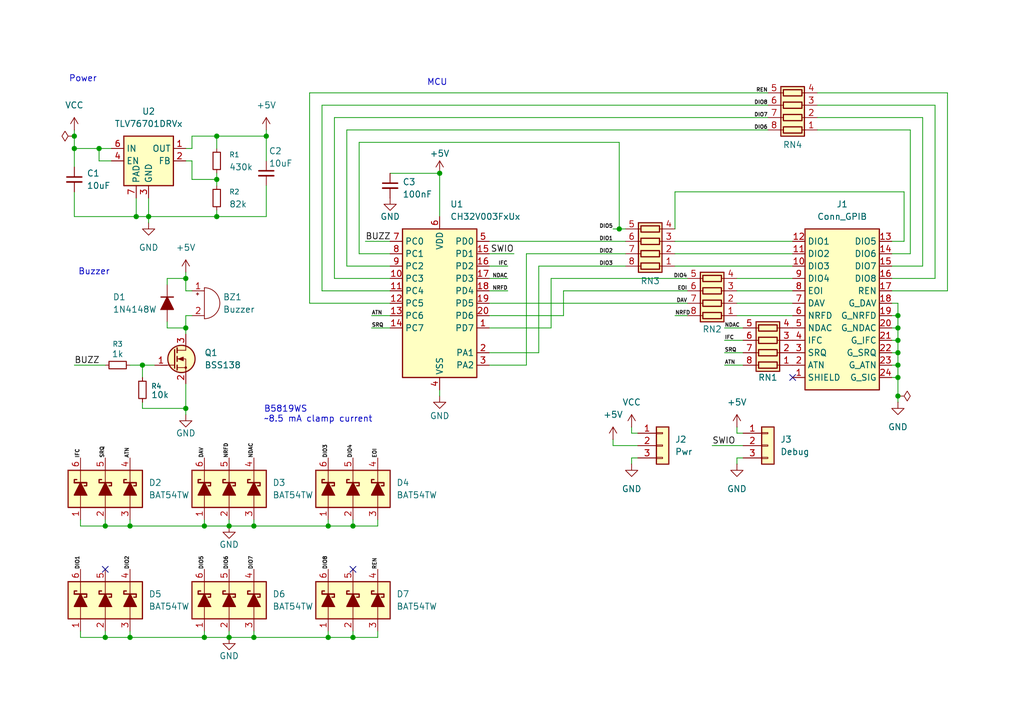
<source format=kicad_sch>
(kicad_sch (version 20250114) (generator "eeschema") (generator_version "9.0")
  (paper "A5")
  (lib_symbols
    (symbol "Connector_Generic:Conn_01x03" (pin_names (offset 1.016) (hide yes))
      (property "Reference" "J" (at 0 5.08 0))
      (property "Value" "Conn_01x03" (at 0 -5.08 0))
      (symbol "Conn_01x03_1_1"
        (rectangle (start -1.27 3.81) (end 1.27 -3.81) (stroke (width 0.254)) (fill (type background)))
        (rectangle (start -1.27 2.667) (end 0 2.413) (stroke (width 0.1524)))
        (rectangle (start -1.27 0.127) (end 0 -0.127) (stroke (width 0.1524)))
        (rectangle (start -1.27 -2.413) (end 0 -2.667) (stroke (width 0.1524)))
        (pin passive line (at -5.08 2.54 0) (length 3.81) (name "Pin_1") (number "1"))
        (pin passive line (at -5.08 0 0) (length 3.81) (name "Pin_2") (number "2"))
        (pin passive line (at -5.08 -2.54 0) (length 3.81) (name "Pin_3") (number "3"))
      )
    )
    (symbol "Device:Buzzer" (pin_names (offset 0.0254) (hide yes))
      (property "Reference" "BZ" (at 3.81 1.27 0))
      (property "Value" "Buzzer" (at 3.81 -1.27 0))
      (symbol "Buzzer_0_1"
        (polyline (pts (xy -1.651 1.905) (xy -1.143 1.905)))
        (polyline (pts (xy -1.397 2.159) (xy -1.397 1.651)))
        (arc (start 0 3.175) (mid 3.1612 0) (end 0 -3.175))
        (polyline (pts (xy 0 3.175) (xy 0 -3.175)))
      )
      (symbol "Buzzer_1_1"
        (pin passive line (at -2.54 2.54 0) (length 2.54) (name "+") (number "1"))
        (pin passive line (at -2.54 -2.54 0) (length 2.54) (name "-") (number "2"))
      )
    )
    (symbol "Device:C_Small" (pin_numbers (hide yes)) (pin_names (offset 0.254) (hide yes))
      (property "Reference" "C" (at 0.254 1.778 0))
      (property "Value" "C_Small" (at 0.254 -2.032 0))
      (symbol "C_Small_0_1"
        (polyline (pts (xy -1.524 0.508) (xy 1.524 0.508)) (stroke (width 0.3048)))
        (polyline (pts (xy -1.524 -0.508) (xy 1.524 -0.508)) (stroke (width 0.3302)))
      )
      (symbol "C_Small_1_1"
        (pin passive line (at 0 2.54 270) (length 2.032) (name "~") (number "1"))
        (pin passive line (at 0 -2.54 90) (length 2.032) (name "~") (number "2"))
      )
    )
    (symbol "Device:R_Pack04" (pin_names (offset 0) (hide yes))
      (property "Reference" "RN" (at -7.62 0 90))
      (property "Value" "R_Pack04" (at 5.08 0 90))
      (symbol "R_Pack04_0_1"
        (rectangle (start -6.35 -2.413) (end 3.81 2.413) (stroke (width 0.254)) (fill (type background)))
        (rectangle (start -5.715 1.905) (end -4.445 -1.905) (stroke (width 0.254)))
        (polyline (pts (xy -5.08 1.905) (xy -5.08 2.54)))
        (polyline (pts (xy -5.08 -2.54) (xy -5.08 -1.905)))
        (rectangle (start -3.175 1.905) (end -1.905 -1.905) (stroke (width 0.254)))
        (polyline (pts (xy -2.54 1.905) (xy -2.54 2.54)))
        (polyline (pts (xy -2.54 -2.54) (xy -2.54 -1.905)))
        (rectangle (start -0.635 1.905) (end 0.635 -1.905) (stroke (width 0.254)))
        (polyline (pts (xy 0 1.905) (xy 0 2.54)))
        (polyline (pts (xy 0 -2.54) (xy 0 -1.905)))
        (rectangle (start 1.905 1.905) (end 3.175 -1.905) (stroke (width 0.254)))
        (polyline (pts (xy 2.54 1.905) (xy 2.54 2.54)))
        (polyline (pts (xy 2.54 -2.54) (xy 2.54 -1.905)))
      )
      (symbol "R_Pack04_1_1"
        (pin passive line (at -5.08 5.08 270) (length 2.54) (name "R1.2") (number "8"))
        (pin passive line (at -5.08 -5.08 90) (length 2.54) (name "R1.1") (number "1"))
        (pin passive line (at -2.54 5.08 270) (length 2.54) (name "R2.2") (number "7"))
        (pin passive line (at -2.54 -5.08 90) (length 2.54) (name "R2.1") (number "2"))
        (pin passive line (at 0 5.08 270) (length 2.54) (name "R3.2") (number "6"))
        (pin passive line (at 0 -5.08 90) (length 2.54) (name "R3.1") (number "3"))
        (pin passive line (at 2.54 5.08 270) (length 2.54) (name "R4.2") (number "5"))
        (pin passive line (at 2.54 -5.08 90) (length 2.54) (name "R4.1") (number "4"))
      )
    )
    (symbol "Device:R_Small" (pin_numbers (hide yes)) (pin_names (offset 0.254) (hide yes))
      (property "Reference" "R" (at 0 0 90))
      (property "Value" "R_Small" (at 1.778 0 90))
      (symbol "R_Small_0_1"
        (rectangle (start -0.762 1.778) (end 0.762 -1.778) (stroke (width 0.2032)))
      )
      (symbol "R_Small_1_1"
        (pin passive line (at 0 2.54 270) (length 0.762) (name "~") (number "1"))
        (pin passive line (at 0 -2.54 90) (length 0.762) (name "~") (number "2"))
      )
    )
    (symbol "MCU_WCH_CH32V0:CH32V003FxUx"
      (property "Reference" "U" (at -7.62 17.78 0))
      (property "Value" "CH32V003FxUx" (at 7.62 17.78 0))
      (symbol "CH32V003FxUx_1_1"
        (rectangle (start -7.62 15.24) (end 7.62 -15.24) (stroke (width 0.254)) (fill (type background)))
        (pin bidirectional line (at -10.16 12.7 0) (length 2.54) (name "PC0") (number "7"))
        (pin bidirectional line (at -10.16 10.16 0) (length 2.54) (name "PC1") (number "8"))
        (pin bidirectional line (at -10.16 7.62 0) (length 2.54) (name "PC2") (number "9"))
        (pin bidirectional line (at -10.16 5.08 0) (length 2.54) (name "PC3") (number "10"))
        (pin bidirectional line (at -10.16 2.54 0) (length 2.54) (name "PC4") (number "11"))
        (pin bidirectional line (at -10.16 0 0) (length 2.54) (name "PC5") (number "12"))
        (pin bidirectional line (at -10.16 -2.54 0) (length 2.54) (name "PC6") (number "13"))
        (pin bidirectional line (at -10.16 -5.08 0) (length 2.54) (name "PC7") (number "14"))
        (pin power_in line (at 0 17.78 270) (length 2.54) (name "VDD") (number "6"))
        (pin passive line (at 0 -17.78 90) (length 2.54) (hide yes) (name "VSS") (number "21"))
        (pin power_in line (at 0 -17.78 90) (length 2.54) (name "VSS") (number "4"))
        (pin bidirectional line (at 10.16 12.7 180) (length 2.54) (name "PD0") (number "5"))
        (pin bidirectional line (at 10.16 10.16 180) (length 2.54) (name "PD1") (number "15"))
        (pin bidirectional line (at 10.16 7.62 180) (length 2.54) (name "PD2") (number "16"))
        (pin bidirectional line (at 10.16 5.08 180) (length 2.54) (name "PD3") (number "17"))
        (pin bidirectional line (at 10.16 2.54 180) (length 2.54) (name "PD4") (number "18"))
        (pin bidirectional line (at 10.16 0 180) (length 2.54) (name "PD5") (number "19"))
        (pin bidirectional line (at 10.16 -2.54 180) (length 2.54) (name "PD6") (number "20"))
        (pin bidirectional line (at 10.16 -5.08 180) (length 2.54) (name "PD7") (number "1"))
        (pin bidirectional line (at 10.16 -10.16 180) (length 2.54) (name "PA1") (number "2"))
        (pin bidirectional line (at 10.16 -12.7 180) (length 2.54) (name "PA2") (number "3"))
      )
    )
    (symbol "Mineee:Conn_GPIB"
      (property "Reference" "J1" (at 0 20.32 0))
      (property "Value" "Conn_GPIB" (at 0 17.78 0))
      (symbol "Conn_GPIB_1_1"
        (rectangle (start -7.62 15.24) (end 7.62 -17.78) (stroke (width 0.254)) (fill (type background)))
        (pin passive line (at -10.16 12.7 0) (length 2.54) (name "DIO1") (number "12"))
        (pin passive line (at -10.16 10.16 0) (length 2.54) (name "DIO2") (number "11"))
        (pin passive line (at -10.16 7.62 0) (length 2.54) (name "DIO3") (number "10"))
        (pin passive line (at -10.16 5.08 0) (length 2.54) (name "DIO4") (number "9"))
        (pin passive line (at -10.16 2.54 0) (length 2.54) (name "EOI") (number "8"))
        (pin passive line (at -10.16 0 0) (length 2.54) (name "DAV") (number "7"))
        (pin passive line (at -10.16 -2.54 0) (length 2.54) (name "NRFD") (number "6"))
        (pin passive line (at -10.16 -5.08 0) (length 2.54) (name "NDAC") (number "5"))
        (pin passive line (at -10.16 -7.62 0) (length 2.54) (name "IFC") (number "4"))
        (pin passive line (at -10.16 -10.16 0) (length 2.54) (name "SRQ") (number "3"))
        (pin passive line (at -10.16 -12.7 0) (length 2.54) (name "ATN") (number "2"))
        (pin passive line (at -10.16 -15.24 0) (length 2.54) (name "SHIELD") (number "1"))
        (pin passive line (at 10.16 12.7 180) (length 2.54) (name "DIO5") (number "13"))
        (pin passive line (at 10.16 10.16 180) (length 2.54) (name "DIO6") (number "14"))
        (pin passive line (at 10.16 7.62 180) (length 2.54) (name "DIO7") (number "15"))
        (pin passive line (at 10.16 5.08 180) (length 2.54) (name "DIO8") (number "16"))
        (pin passive line (at 10.16 2.54 180) (length 2.54) (name "REN") (number "17"))
        (pin passive line (at 10.16 0 180) (length 2.54) (name "G_DAV") (number "18"))
        (pin passive line (at 10.16 -2.54 180) (length 2.54) (name "G_NRFD") (number "19"))
        (pin passive line (at 10.16 -5.08 180) (length 2.54) (name "G_NDAC") (number "20"))
        (pin passive line (at 10.16 -7.62 180) (length 2.54) (name "G_IFC") (number "21"))
        (pin passive line (at 10.16 -10.16 180) (length 2.54) (name "G_SRQ") (number "22"))
        (pin passive line (at 10.16 -12.7 180) (length 2.54) (name "G_ATN") (number "23"))
        (pin passive line (at 10.16 -15.24 180) (length 2.54) (name "G_SIG") (number "24"))
      )
    )
    (symbol "PCM_Diode_AKL:1N4148W" (pin_numbers (hide yes)) (pin_names (offset 1.016) (hide yes))
      (property "Reference" "D" (at 0 5.08 0))
      (property "Value" "1N4148W" (at 0 2.54 0))
      (symbol "1N4148W_0_1"
        (polyline (pts (xy -1.27 1.27) (xy -1.27 -1.27) (xy 1.27 0) (xy -1.27 1.27)) (stroke (width 0.254)) (fill (type outline)))
        (polyline (pts (xy -1.27 0) (xy 1.27 0)))
        (polyline (pts (xy 1.27 1.27) (xy 1.27 -1.27)) (stroke (width 0.254)))
      )
      (symbol "1N4148W_0_2"
        (polyline (pts (xy -2.54 -2.54) (xy 2.54 2.54)))
        (polyline (pts (xy -0.889 -0.889) (xy -1.778 0) (xy 0.889 0.889) (xy 0 -1.778) (xy -0.889 -0.889)) (stroke (width 0.254)) (fill (type outline)))
        (polyline (pts (xy 0 1.778) (xy 1.778 0)) (stroke (width 0.254)))
      )
      (symbol "1N4148W_1_1"
        (pin passive line (at -3.81 0 0) (length 2.54) (name "A") (number "2"))
        (pin passive line (at 3.81 0 180) (length 2.54) (name "K") (number "1"))
      )
      (symbol "1N4148W_1_2"
        (pin passive line (at -2.54 -2.54 0) (length 0) (name "A") (number "2"))
        (pin passive line (at 2.54 2.54 180) (length 0) (name "K") (number "1"))
      )
    )
    (symbol "PCM_Diode_Schottky_AKL:BAT54TW" (pin_names (offset 1.016) (hide yes))
      (property "Reference" "D" (at 0 12.7 0))
      (property "Value" "BAT54TW" (at 0 10.16 0))
      (symbol "BAT54TW_0_1"
        (rectangle (start -3.81 7.62) (end 3.81 -7.62) (stroke (width 0.254)) (fill (type background)))
        (polyline (pts (xy -3.81 5.08) (xy -1.27 5.08)))
        (polyline (pts (xy -3.81 0) (xy -1.27 0)))
        (polyline (pts (xy -3.81 -5.08) (xy -1.27 -5.08)))
        (polyline (pts (xy 1.27 5.08) (xy 3.81 5.08)))
        (polyline (pts (xy 1.27 3.81) (xy 1.27 6.35)) (stroke (width 0.254)))
        (polyline (pts (xy 1.27 0) (xy 3.81 0)))
        (polyline (pts (xy 1.27 -5.08) (xy 3.81 -5.08)))
      )
      (symbol "BAT54TW_1_1"
        (polyline (pts (xy -1.27 5.08) (xy 1.27 5.08)))
        (polyline (pts (xy -1.27 3.81) (xy -1.27 6.35) (xy 1.27 5.08) (xy -1.27 3.81)) (stroke (width 0.254)) (fill (type outline)))
        (polyline (pts (xy -1.27 0) (xy 1.27 0)))
        (polyline (pts (xy -1.27 -1.27) (xy -1.27 1.27) (xy 1.27 0) (xy -1.27 -1.27)) (stroke (width 0.254)) (fill (type outline)))
        (polyline (pts (xy -1.27 -5.08) (xy 1.27 -5.08)))
        (polyline (pts (xy -1.27 -6.35) (xy -1.27 -3.81) (xy 1.27 -5.08) (xy -1.27 -6.35)) (stroke (width 0.254)) (fill (type outline)))
        (polyline (pts (xy 1.27 6.35) (xy 1.27 3.81)) (stroke (width 0.254)))
        (polyline (pts (xy 1.27 1.27) (xy 1.27 -1.27)) (stroke (width 0.254)))
        (polyline (pts (xy 1.27 -3.81) (xy 1.27 -6.35)) (stroke (width 0.254)))
        (polyline (pts (xy 1.905 5.842) (xy 1.905 6.35) (xy 1.27 6.35) (xy 1.27 3.81) (xy 0.635 3.81) (xy 0.635 4.318)) (stroke (width 0.254)))
        (polyline (pts (xy 1.905 0.762) (xy 1.905 1.27) (xy 1.27 1.27) (xy 1.27 -1.27) (xy 0.635 -1.27) (xy 0.635 -0.762)) (stroke (width 0.254)))
        (polyline (pts (xy 1.905 -4.318) (xy 1.905 -3.81) (xy 1.27 -3.81) (xy 1.27 -6.35) (xy 0.635 -6.35) (xy 0.635 -5.842)) (stroke (width 0.254)))
        (pin passive line (at -6.35 5.08 0) (length 2.54) (name "A1") (number "1"))
        (pin passive line (at -6.35 0 0) (length 2.54) (name "A2") (number "2"))
        (pin passive line (at -6.35 -5.08 0) (length 2.54) (name "A3") (number "3"))
        (pin passive line (at 6.35 5.08 180) (length 2.54) (name "K1") (number "6"))
        (pin passive line (at 6.35 0 180) (length 2.54) (name "K2") (number "5"))
        (pin passive line (at 6.35 -5.08 180) (length 2.54) (name "K3") (number "4"))
      )
    )
    (symbol "PCM_Transistor_MOSFET_AKL:BSS138" (pin_names (hide yes))
      (property "Reference" "Q" (at 5.08 1.27 0))
      (property "Value" "BSS138" (at 5.08 -1.27 0))
      (symbol "BSS138_0_1"
        (polyline (pts (xy 0.254 1.905) (xy 0.254 -1.905)) (stroke (width 0.254)))
        (polyline (pts (xy 0.254 -1.27) (xy -2.54 -1.27)))
        (polyline (pts (xy 0.762 2.286) (xy 0.762 1.27)) (stroke (width 0.254)))
        (polyline (pts (xy 0.762 0.508) (xy 0.762 -0.508)) (stroke (width 0.254)))
        (polyline (pts (xy 0.762 -1.27) (xy 0.762 -2.286)) (stroke (width 0.254)))
        (polyline (pts (xy 0.762 -1.778) (xy 2.54 -1.778)))
        (polyline (pts (xy 1.016 0) (xy 2.032 0.381) (xy 2.032 -0.381) (xy 1.016 0)) (fill (type outline)))
        (circle (center 1.651 0) (radius 2.794) (stroke (width 0.254)) (fill (type background)))
        (polyline (pts (xy 2.54 2.54) (xy 2.54 1.778)))
        (polyline (pts (xy 2.54 1.778) (xy 0.762 1.778)))
        (circle (center 2.54 -1.778) (radius 0.1778) (fill (type outline)))
        (polyline (pts (xy 2.54 -2.54) (xy 2.54 0) (xy 0.762 0)))
      )
      (symbol "BSS138_1_1"
        (pin input line (at -3.81 -1.27 0) (length 2.54) (name "G") (number "1"))
        (pin passive line (at 2.54 5.08 270) (length 2.54) (name "D") (number "3"))
        (pin passive line (at 2.54 -5.08 90) (length 2.54) (name "S") (number "2"))
      )
    )
    (symbol "Regulator_Linear:TLV76701DRVx"
      (property "Reference" "U" (at 0 8.89 0))
      (property "Value" "TLV76701DRVx" (at 0 6.35 0))
      (symbol "TLV76701DRVx_0_1"
        (rectangle (start -5.08 -5.08) (end 5.08 5.08) (stroke (width 0.254)) (fill (type background)))
      )
      (symbol "TLV76701DRVx_1_1"
        (pin power_in line (at -7.62 2.54 0) (length 2.54) (name "IN") (number "6"))
        (pin input line (at -7.62 0 0) (length 2.54) (name "EN") (number "4"))
        (pin passive line (at -2.54 -7.62 90) (length 2.54) (name "PAD") (number "7"))
        (pin power_in line (at 0 -7.62 90) (length 2.54) (name "GND") (number "3"))
        (pin passive line (at 0 -7.62 90) (length 2.54) (hide yes) (name "GND") (number "5"))
        (pin power_out line (at 7.62 2.54 180) (length 2.54) (name "OUT") (number "1"))
        (pin input line (at 7.62 0 180) (length 2.54) (name "FB") (number "2"))
      )
    )
    (symbol "power:+5V" (power) (pin_numbers (hide yes)) (pin_names (offset 0) (hide yes))
      (property "Value" "+5V" (at 0 3.556 0))
      (symbol "+5V_0_1"
        (polyline (pts (xy -0.762 1.27) (xy 0 2.54)))
        (polyline (pts (xy 0 2.54) (xy 0.762 1.27)))
        (polyline (pts (xy 0 0) (xy 0 2.54)))
      )
      (symbol "+5V_1_1"
        (pin power_in line (at 0 0 90) (length 0) (name "~") (number "1"))
      )
    )
    (symbol "power:GND" (power) (pin_numbers (hide yes)) (pin_names (offset 0) (hide yes))
      (property "Value" "GND" (at 0 -3.81 0))
      (symbol "GND_0_1"
        (polyline (pts (xy 0 0) (xy 0 -1.27) (xy 1.27 -1.27) (xy 0 -2.54) (xy -1.27 -1.27) (xy 0 -1.27)))
      )
      (symbol "GND_1_1"
        (pin power_in line (at 0 0 270) (length 0) (name "~") (number "1"))
      )
    )
    (symbol "power:PWR_FLAG" (power) (pin_numbers (hide yes)) (pin_names (offset 0) (hide yes))
      (property "Value" "PWR_FLAG" (at 0 3.81 0))
      (symbol "PWR_FLAG_0_0"
        (pin power_out line (at 0 0 90) (length 0) (name "~") (number "1"))
      )
      (symbol "PWR_FLAG_0_1"
        (polyline (pts (xy 0 0) (xy 0 1.27) (xy -1.016 1.905) (xy 0 2.54) (xy 1.016 1.905) (xy 0 1.27)))
      )
    )
    (symbol "power:VCC" (power) (pin_numbers (hide yes)) (pin_names (offset 0) (hide yes))
      (property "Value" "VCC" (at 0 3.556 0))
      (symbol "VCC_0_1"
        (polyline (pts (xy -0.762 1.27) (xy 0 2.54)))
        (polyline (pts (xy 0 2.54) (xy 0.762 1.27)))
        (polyline (pts (xy 0 0) (xy 0 2.54)))
      )
      (symbol "VCC_1_1"
        (pin power_in line (at 0 0 90) (length 0) (name "~") (number "1"))
      )
    )
  )
  (text "Buzzer" (at 19.304 55.88 0) (effects (font (size 1.27 1.27))))
  (text "Power" (at 17.018 16.256 0) (effects (font (size 1.27 1.27))))
  (text "B5819WS\n~8.5 mA clamp current" (at 54.102 85.09 0) (effects (font (size 1.27 1.27)) (justify left)))
  (text "MCU" (at 89.662 17.018 0) (effects (font (size 1.27 1.27))))
  (junction (at 52.07 130.81))
  (junction (at 72.39 130.81))
  (junction (at 44.45 27.94))
  (junction (at 15.24 30.48))
  (junction (at 184.15 81.28))
  (junction (at 29.21 74.93))
  (junction (at 90.17 35.56))
  (junction (at 46.99 130.81))
  (junction (at 21.59 107.95))
  (junction (at 184.15 72.39))
  (junction (at 41.91 107.95))
  (junction (at 67.31 130.81))
  (junction (at 127 46.99))
  (junction (at 41.91 130.81))
  (junction (at 44.45 36.83))
  (junction (at 184.15 74.93))
  (junction (at 184.15 69.85))
  (junction (at 67.31 107.95))
  (junction (at 38.1 67.31))
  (junction (at 27.94 44.45))
  (junction (at 184.15 64.77))
  (junction (at 54.61 27.94))
  (junction (at 184.15 77.47))
  (junction (at 21.59 130.81))
  (junction (at 184.15 67.31))
  (junction (at 38.1 57.15))
  (junction (at 38.1 83.82))
  (junction (at 26.67 107.95))
  (junction (at 72.39 107.95))
  (junction (at 26.67 130.81))
  (junction (at 44.45 44.45))
  (junction (at 15.24 27.94))
  (junction (at 30.48 44.45))
  (junction (at 20.32 30.48))
  (junction (at 46.99 107.95))
  (junction (at 52.07 107.95))
  (no_connect (at 162.56 77.47))
  (no_connect (at 21.59 116.84))
  (no_connect (at 72.39 116.84))
  (wire (pts (xy 182.88 72.39) (xy 184.15 72.39)))
  (wire (pts (xy 191.77 57.15) (xy 182.88 57.15)))
  (wire (pts (xy 146.05 91.44) (xy 152.4 91.44)))
  (wire (pts (xy 100.33 67.31) (xy 113.03 67.31)))
  (wire (pts (xy 100.33 62.23) (xy 140.97 62.23)))
  (wire (pts (xy 72.39 129.54) (xy 72.39 130.81)))
  (wire (pts (xy 129.54 88.9) (xy 129.54 87.63)))
  (wire (pts (xy 182.88 74.93) (xy 184.15 74.93)))
  (wire (pts (xy 44.45 27.94) (xy 44.45 30.48)))
  (wire (pts (xy 41.91 130.81) (xy 46.99 130.81)))
  (wire (pts (xy 184.15 74.93) (xy 184.15 77.47)))
  (wire (pts (xy 148.59 69.85) (xy 152.4 69.85)))
  (wire (pts (xy 54.61 26.67) (xy 54.61 27.94)))
  (wire (pts (xy 38.1 78.74) (xy 38.1 83.82)))
  (wire (pts (xy 26.67 107.95) (xy 41.91 107.95)))
  (wire (pts (xy 34.29 57.15) (xy 38.1 57.15)))
  (wire (pts (xy 138.43 54.61) (xy 162.56 54.61)))
  (wire (pts (xy 77.47 130.81) (xy 72.39 130.81)))
  (wire (pts (xy 20.32 33.02) (xy 20.32 30.48)))
  (wire (pts (xy 191.77 21.59) (xy 191.77 57.15)))
  (wire (pts (xy 16.51 106.68) (xy 16.51 107.95)))
  (wire (pts (xy 21.59 129.54) (xy 21.59 130.81)))
  (wire (pts (xy 100.33 54.61) (xy 104.14 54.61)))
  (wire (pts (xy 186.69 26.67) (xy 186.69 52.07)))
  (wire (pts (xy 30.48 40.64) (xy 30.48 44.45)))
  (wire (pts (xy 54.61 44.45) (xy 54.61 38.1)))
  (wire (pts (xy 15.24 39.37) (xy 15.24 44.45)))
  (wire (pts (xy 107.95 52.07) (xy 128.27 52.07)))
  (wire (pts (xy 22.86 33.02) (xy 20.32 33.02)))
  (wire (pts (xy 184.15 67.31) (xy 184.15 69.85)))
  (wire (pts (xy 151.13 62.23) (xy 162.56 62.23)))
  (wire (pts (xy 67.31 106.68) (xy 67.31 107.95)))
  (wire (pts (xy 151.13 64.77) (xy 162.56 64.77)))
  (wire (pts (xy 29.21 82.55) (xy 29.21 83.82)))
  (wire (pts (xy 185.42 49.53) (xy 182.88 49.53)))
  (wire (pts (xy 185.42 39.37) (xy 138.43 39.37)))
  (wire (pts (xy 20.32 30.48) (xy 15.24 30.48)))
  (wire (pts (xy 39.37 27.94) (xy 44.45 27.94)))
  (wire (pts (xy 77.47 107.95) (xy 72.39 107.95)))
  (wire (pts (xy 148.59 67.31) (xy 152.4 67.31)))
  (wire (pts (xy 52.07 129.54) (xy 52.07 130.81)))
  (wire (pts (xy 38.1 55.88) (xy 38.1 57.15)))
  (wire (pts (xy 127 46.99) (xy 128.27 46.99)))
  (wire (pts (xy 167.64 24.13) (xy 189.23 24.13)))
  (wire (pts (xy 72.39 106.68) (xy 72.39 107.95)))
  (wire (pts (xy 29.21 74.93) (xy 29.21 77.47)))
  (wire (pts (xy 46.99 129.54) (xy 46.99 130.81)))
  (wire (pts (xy 105.41 52.07) (xy 100.33 52.07)))
  (wire (pts (xy 73.66 29.21) (xy 127 29.21)))
  (wire (pts (xy 148.59 74.93) (xy 152.4 74.93)))
  (wire (pts (xy 90.17 35.56) (xy 90.17 44.45)))
  (wire (pts (xy 90.17 80.01) (xy 90.17 81.28)))
  (wire (pts (xy 189.23 54.61) (xy 182.88 54.61)))
  (wire (pts (xy 73.66 52.07) (xy 73.66 29.21)))
  (wire (pts (xy 15.24 30.48) (xy 15.24 34.29)))
  (wire (pts (xy 151.13 57.15) (xy 162.56 57.15)))
  (wire (pts (xy 76.2 64.77) (xy 80.01 64.77)))
  (wire (pts (xy 194.31 19.05) (xy 194.31 59.69)))
  (wire (pts (xy 52.07 130.81) (xy 46.99 130.81)))
  (wire (pts (xy 100.33 49.53) (xy 128.27 49.53)))
  (wire (pts (xy 182.88 69.85) (xy 184.15 69.85)))
  (wire (pts (xy 127 46.99) (xy 127 29.21)))
  (wire (pts (xy 41.91 106.68) (xy 41.91 107.95)))
  (wire (pts (xy 29.21 74.93) (xy 31.75 74.93)))
  (wire (pts (xy 113.03 57.15) (xy 140.97 57.15)))
  (wire (pts (xy 66.04 59.69) (xy 66.04 21.59)))
  (wire (pts (xy 148.59 72.39) (xy 152.4 72.39)))
  (wire (pts (xy 38.1 64.77) (xy 39.37 64.77)))
  (wire (pts (xy 67.31 130.81) (xy 52.07 130.81)))
  (wire (pts (xy 22.86 30.48) (xy 20.32 30.48)))
  (wire (pts (xy 184.15 62.23) (xy 184.15 64.77)))
  (wire (pts (xy 72.39 130.81) (xy 67.31 130.81)))
  (wire (pts (xy 15.24 74.93) (xy 21.59 74.93)))
  (wire (pts (xy 100.33 72.39) (xy 110.49 72.39)))
  (wire (pts (xy 63.5 19.05) (xy 157.48 19.05)))
  (wire (pts (xy 151.13 93.98) (xy 151.13 95.25)))
  (wire (pts (xy 16.51 129.54) (xy 16.51 130.81)))
  (wire (pts (xy 34.29 67.31) (xy 34.29 66.04)))
  (wire (pts (xy 16.51 107.95) (xy 21.59 107.95)))
  (wire (pts (xy 54.61 27.94) (xy 54.61 33.02)))
  (wire (pts (xy 115.57 59.69) (xy 140.97 59.69)))
  (wire (pts (xy 182.88 62.23) (xy 184.15 62.23)))
  (wire (pts (xy 77.47 106.68) (xy 77.47 107.95)))
  (wire (pts (xy 151.13 59.69) (xy 162.56 59.69)))
  (wire (pts (xy 39.37 59.69) (xy 38.1 59.69)))
  (wire (pts (xy 15.24 44.45) (xy 27.94 44.45)))
  (wire (pts (xy 44.45 36.83) (xy 44.45 35.56)))
  (wire (pts (xy 38.1 67.31) (xy 38.1 64.77)))
  (wire (pts (xy 38.1 59.69) (xy 38.1 57.15)))
  (wire (pts (xy 80.01 54.61) (xy 71.12 54.61)))
  (wire (pts (xy 184.15 69.85) (xy 184.15 72.39)))
  (wire (pts (xy 125.73 46.99) (xy 127 46.99)))
  (wire (pts (xy 130.81 88.9) (xy 129.54 88.9)))
  (wire (pts (xy 189.23 24.13) (xy 189.23 54.61)))
  (wire (pts (xy 186.69 52.07) (xy 182.88 52.07)))
  (wire (pts (xy 38.1 30.48) (xy 39.37 30.48)))
  (wire (pts (xy 184.15 77.47) (xy 184.15 81.28)))
  (wire (pts (xy 110.49 72.39) (xy 110.49 54.61)))
  (wire (pts (xy 77.47 129.54) (xy 77.47 130.81)))
  (wire (pts (xy 151.13 88.9) (xy 151.13 87.63)))
  (wire (pts (xy 39.37 36.83) (xy 44.45 36.83)))
  (wire (pts (xy 138.43 52.07) (xy 162.56 52.07)))
  (wire (pts (xy 27.94 44.45) (xy 30.48 44.45)))
  (wire (pts (xy 52.07 106.68) (xy 52.07 107.95)))
  (wire (pts (xy 44.45 36.83) (xy 44.45 38.1)))
  (wire (pts (xy 125.73 91.44) (xy 125.73 90.17)))
  (wire (pts (xy 80.01 57.15) (xy 68.58 57.15)))
  (wire (pts (xy 100.33 64.77) (xy 115.57 64.77)))
  (wire (pts (xy 38.1 83.82) (xy 38.1 85.09)))
  (wire (pts (xy 27.94 40.64) (xy 27.94 44.45)))
  (wire (pts (xy 63.5 62.23) (xy 63.5 19.05)))
  (wire (pts (xy 71.12 54.61) (xy 71.12 26.67)))
  (wire (pts (xy 130.81 91.44) (xy 125.73 91.44)))
  (wire (pts (xy 38.1 33.02) (xy 39.37 33.02)))
  (wire (pts (xy 26.67 130.81) (xy 41.91 130.81)))
  (wire (pts (xy 21.59 130.81) (xy 26.67 130.81)))
  (wire (pts (xy 138.43 39.37) (xy 138.43 46.99)))
  (wire (pts (xy 26.67 106.68) (xy 26.67 107.95)))
  (wire (pts (xy 52.07 107.95) (xy 46.99 107.95)))
  (wire (pts (xy 129.54 93.98) (xy 129.54 95.25)))
  (wire (pts (xy 100.33 57.15) (xy 104.14 57.15)))
  (wire (pts (xy 21.59 106.68) (xy 21.59 107.95)))
  (wire (pts (xy 80.01 35.56) (xy 90.17 35.56)))
  (wire (pts (xy 15.24 27.94) (xy 15.24 26.67)))
  (wire (pts (xy 38.1 68.58) (xy 38.1 67.31)))
  (wire (pts (xy 115.57 64.77) (xy 115.57 59.69)))
  (wire (pts (xy 80.01 62.23) (xy 63.5 62.23)))
  (wire (pts (xy 182.88 77.47) (xy 184.15 77.47)))
  (wire (pts (xy 34.29 58.42) (xy 34.29 57.15)))
  (wire (pts (xy 152.4 93.98) (xy 151.13 93.98)))
  (wire (pts (xy 66.04 21.59) (xy 157.48 21.59)))
  (wire (pts (xy 80.01 59.69) (xy 66.04 59.69)))
  (wire (pts (xy 41.91 107.95) (xy 46.99 107.95)))
  (wire (pts (xy 113.03 67.31) (xy 113.03 57.15)))
  (wire (pts (xy 29.21 83.82) (xy 38.1 83.82)))
  (wire (pts (xy 15.24 30.48) (xy 15.24 27.94)))
  (wire (pts (xy 44.45 43.18) (xy 44.45 44.45)))
  (wire (pts (xy 38.1 67.31) (xy 34.29 67.31)))
  (wire (pts (xy 26.67 129.54) (xy 26.67 130.81)))
  (wire (pts (xy 167.64 21.59) (xy 191.77 21.59)))
  (wire (pts (xy 167.64 26.67) (xy 186.69 26.67)))
  (wire (pts (xy 194.31 59.69) (xy 182.88 59.69)))
  (wire (pts (xy 39.37 33.02) (xy 39.37 36.83)))
  (wire (pts (xy 30.48 44.45) (xy 30.48 45.72)))
  (wire (pts (xy 16.51 130.81) (xy 21.59 130.81)))
  (wire (pts (xy 184.15 64.77) (xy 184.15 67.31)))
  (wire (pts (xy 46.99 107.95) (xy 46.99 106.68)))
  (wire (pts (xy 76.2 67.31) (xy 80.01 67.31)))
  (wire (pts (xy 184.15 72.39) (xy 184.15 74.93)))
  (wire (pts (xy 184.15 81.28) (xy 184.15 82.55)))
  (wire (pts (xy 68.58 24.13) (xy 157.48 24.13)))
  (wire (pts (xy 80.01 52.07) (xy 73.66 52.07)))
  (wire (pts (xy 30.48 44.45) (xy 44.45 44.45)))
  (wire (pts (xy 138.43 64.77) (xy 140.97 64.77)))
  (wire (pts (xy 71.12 26.67) (xy 157.48 26.67)))
  (wire (pts (xy 21.59 107.95) (xy 26.67 107.95)))
  (wire (pts (xy 39.37 30.48) (xy 39.37 27.94)))
  (wire (pts (xy 130.81 93.98) (xy 129.54 93.98)))
  (wire (pts (xy 41.91 129.54) (xy 41.91 130.81)))
  (wire (pts (xy 67.31 129.54) (xy 67.31 130.81)))
  (wire (pts (xy 167.64 19.05) (xy 194.31 19.05)))
  (wire (pts (xy 74.93 49.53) (xy 80.01 49.53)))
  (wire (pts (xy 185.42 49.53) (xy 185.42 39.37)))
  (wire (pts (xy 68.58 57.15) (xy 68.58 24.13)))
  (wire (pts (xy 44.45 27.94) (xy 54.61 27.94)))
  (wire (pts (xy 100.33 59.69) (xy 104.14 59.69)))
  (wire (pts (xy 44.45 44.45) (xy 54.61 44.45)))
  (wire (pts (xy 182.88 64.77) (xy 184.15 64.77)))
  (wire (pts (xy 100.33 74.93) (xy 107.95 74.93)))
  (wire (pts (xy 182.88 67.31) (xy 184.15 67.31)))
  (wire (pts (xy 110.49 54.61) (xy 128.27 54.61)))
  (wire (pts (xy 67.31 107.95) (xy 52.07 107.95)))
  (wire (pts (xy 26.67 74.93) (xy 29.21 74.93)))
  (wire (pts (xy 107.95 74.93) (xy 107.95 52.07)))
  (wire (pts (xy 152.4 88.9) (xy 151.13 88.9)))
  (wire (pts (xy 72.39 107.95) (xy 67.31 107.95)))
  (wire (pts (xy 138.43 49.53) (xy 162.56 49.53)))
  (label "EOI" (at 77.47 93.98 90) (effects (font (size 0.762 0.762))))
  (label "REN" (at 77.47 116.84 90) (effects (font (size 0.762 0.762))))
  (label "SWIO" (at 146.05 91.44 0))
  (label "NDAC" (at 104.14 57.15 180) (effects (font (size 0.762 0.762))))
  (label "DIO6" (at 46.99 116.84 90) (effects (font (size 0.762 0.762))))
  (label "DAV" (at 140.97 62.23 180) (effects (font (size 0.762 0.762))))
  (label "NRFD" (at 46.99 93.98 90) (effects (font (size 0.762 0.762))))
  (label "DIO4" (at 72.39 93.98 90) (effects (font (size 0.762 0.762))))
  (label "IFC" (at 104.14 54.61 180) (effects (font (size 0.762 0.762))))
  (label "DIO2" (at 26.67 116.84 90) (effects (font (size 0.762 0.762))))
  (label "DIO4" (at 140.97 57.15 180) (effects (font (size 0.762 0.762))))
  (label "BUZZ" (at 74.93 49.53 0))
  (label "NRFD" (at 104.14 59.69 180) (effects (font (size 0.762 0.762))))
  (label "ATN" (at 26.67 93.98 90) (effects (font (size 0.762 0.762))))
  (label "BUZZ" (at 15.24 74.93 0))
  (label "DIO8" (at 157.48 21.59 180) (effects (font (size 0.762 0.762))))
  (label "IFC" (at 16.51 93.98 90) (effects (font (size 0.762 0.762))))
  (label "IFC" (at 148.59 69.85 0) (effects (font (size 0.762 0.762))))
  (label "DIO7" (at 157.48 24.13 180) (effects (font (size 0.762 0.762))))
  (label "DIO8" (at 67.31 116.84 90) (effects (font (size 0.762 0.762))))
  (label "DIO6" (at 157.48 26.67 180) (effects (font (size 0.762 0.762))))
  (label "SRQ" (at 76.2 67.31 0) (effects (font (size 0.762 0.762))))
  (label "DIO5" (at 41.91 116.84 90) (effects (font (size 0.762 0.762))))
  (label "NDAC" (at 148.59 67.31 0) (effects (font (size 0.762 0.762))))
  (label "NRFD" (at 138.43 64.77 0) (effects (font (size 0.762 0.762))))
  (label "ATN" (at 148.59 74.93 0) (effects (font (size 0.762 0.762))))
  (label "SWIO" (at 105.41 52.07 180))
  (label "DIO7" (at 52.07 116.84 90) (effects (font (size 0.762 0.762))))
  (label "SRQ" (at 148.59 72.39 0) (effects (font (size 0.762 0.762))))
  (label "DIO1" (at 16.51 116.84 90) (effects (font (size 0.762 0.762))))
  (label "REN" (at 157.48 19.05 180) (effects (font (size 0.762 0.762))))
  (label "DIO3" (at 67.31 93.98 90) (effects (font (size 0.762 0.762))))
  (label "DIO2" (at 125.73 52.07 180) (effects (font (size 0.762 0.762))))
  (label "ATN" (at 76.2 64.77 0) (effects (font (size 0.762 0.762))))
  (label "DIO1" (at 125.73 49.53 180) (effects (font (size 0.762 0.762))))
  (label "NDAC" (at 52.07 93.98 90) (effects (font (size 0.762 0.762))))
  (label "DAV" (at 41.91 93.98 90) (effects (font (size 0.762 0.762))))
  (label "DIO3" (at 125.73 54.61 180) (effects (font (size 0.762 0.762))))
  (label "SRQ" (at 21.59 93.98 90) (effects (font (size 0.762 0.762))))
  (label "DIO5" (at 125.73 46.99 180) (effects (font (size 0.762 0.762))))
  (label "EOI" (at 140.97 59.69 180) (effects (font (size 0.762 0.762))))
  (symbol (lib_id "Device:R_Pack04") (at 157.48 69.85 90) (unit 1)
    (property "Reference" "RN1" (at 157.48 77.47 90))
    (property "Value" "R_Pack04" (effects (hide yes)))
    (property "Footprint" "Resistor_SMD:R_Array_Convex_4x0603" (effects (hide yes)))
    (property "Description" "4 resistor network, parallel topology" (effects (hide yes)))
  )
  (symbol (lib_id "power:GND") (at 30.48 45.72 0) (unit 1)
    (property "Reference" "#PWR05" (effects (hide yes)))
    (property "Value" "GND" (at 30.48 50.8 0))
    (property "Description" "Power symbol creates a global label with name \"GND\" , ground" (effects (hide yes)))
  )
  (symbol (lib_id "power:PWR_FLAG") (at 15.24 27.94 90) (unit 1)
    (property "Reference" "#FLG01" (effects (hide yes)))
    (property "Value" "PWR_FLAG" (effects (hide yes)))
    (property "Description" "Special symbol for telling ERC where power comes from" (effects (hide yes)))
  )
  (symbol (lib_id "Device:R_Small") (at 24.13 74.93 90) (unit 1)
    (property "Reference" "R3" (at 24.13 70.612 90) (effects (font (size 1.016 1.016))))
    (property "Value" "1k" (at 24.13 72.644 90))
    (property "Footprint" "Resistor_SMD:R_0603_1608Metric" (effects (hide yes)))
    (property "Description" "Resistor, small symbol" (effects (hide yes)))
  )
  (symbol (lib_id "Regulator_Linear:TLV76701DRVx") (at 30.48 33.02 0) (unit 1)
    (property "Reference" "U2" (at 30.48 22.86 0))
    (property "Value" "TLV76701DRVx" (at 30.48 25.4 0))
    (property "Footprint" "Package_SON:WSON-6-1EP_2x2mm_P0.65mm_EP1x1.6mm_ThermalVias" (effects (hide yes)))
    (property "Datasheet" "www.ti.com/lit/gpn/TLV767" (effects (hide yes)))
    (property "Description" "1A, 16V Precision Linear Voltage Regulator, with enable pin, Adjustable Output 0.8-13.6V, WSON-6" (effects (hide yes)))
  )
  (symbol (lib_id "MCU_WCH_CH32V0:CH32V003FxUx") (at 90.17 62.23 0) (unit 1)
    (property "Reference" "U1" (at 92.3133 41.91 0) (effects (justify left)))
    (property "Value" "CH32V003FxUx" (at 92.3133 44.45 0) (effects (justify left)))
    (property "Footprint" "Package_DFN_QFN:QFN-20-1EP_3x3mm_P0.4mm_EP1.65x1.65mm_ThermalVias" (effects (hide yes)))
    (property "Datasheet" "https://www.wch-ic.com/products/CH32V003.html" (effects (hide yes)))
    (property "Description" "CH32V003 series are industrial-grade general-purpose microcontrollers designed based on 32-bit RISC-V instruction set and architecture. It adopts QingKe V2A core, RV32EC instruction set, and supports 2 levels of interrupt nesting. The series are mounted with rich peripheral interfaces and function modules. Its internal organizational structure meets the low-cost and low-power embedded application scenarios." (effects (hide yes)))
  )
  (symbol (lib_id "power:+5V") (at 54.61 26.67 0) (unit 1)
    (property "Reference" "#PWR06" (effects (hide yes)))
    (property "Value" "+5V" (at 54.61 21.59 0))
    (property "Description" "Power symbol creates a global label with name \"+5V\"" (effects (hide yes)))
  )
  (symbol (lib_id "Connector_Generic:Conn_01x03") (at 135.89 91.44 0) (unit 1)
    (property "Reference" "J2" (at 138.43 90.1699 0) (effects (justify left)))
    (property "Value" "Pwr" (at 138.43 92.7099 0) (effects (justify left)))
    (property "Footprint" "Connector_Wire:SolderWire-0.127sqmm_1x03_P3.7mm_D0.48mm_OD1mm" (effects (hide yes)))
    (property "Description" "Generic connector, single row, 01x03, script generated (kicad-library-utils/schlib/autogen/connector/)" (effects (hide yes)))
  )
  (symbol (lib_id "PCM_Diode_Schottky_AKL:BAT54TW") (at 72.39 100.33 90) (unit 1)
    (property "Reference" "D4" (at 81.28 99.0599 90) (effects (justify right)))
    (property "Value" "BAT54TW" (at 81.28 101.5999 90) (effects (justify right)))
    (property "Footprint" "PCM_Package_TO_SOT_SMD_AKL:SOT-363_SC-70-6" (effects (hide yes)))
    (property "Datasheet" "https://www.tme.eu/Document/5cb3b08bd440c0f15ce9e4079f4ffe61/bat54.pdf" (effects (hide yes)))
    (property "Description" "SOT-363 Triple schottky diode, independent, 30V, 200mA, Alternate KiCAD Library" (effects (hide yes)))
  )
  (symbol (lib_id "power:VCC") (at 15.24 26.67 0) (unit 1)
    (property "Reference" "#PWR01" (effects (hide yes)))
    (property "Value" "VCC" (at 15.24 21.59 0))
    (property "Description" "Power symbol creates a global label with name \"VCC\"" (effects (hide yes)))
  )
  (symbol (lib_id "PCM_Diode_Schottky_AKL:BAT54TW") (at 72.39 123.19 90) (unit 1)
    (property "Reference" "D7" (at 81.28 121.9199 90) (effects (justify right)))
    (property "Value" "BAT54TW" (at 81.28 124.4599 90) (effects (justify right)))
    (property "Footprint" "PCM_Package_TO_SOT_SMD_AKL:SOT-363_SC-70-6" (effects (hide yes)))
    (property "Datasheet" "https://www.tme.eu/Document/5cb3b08bd440c0f15ce9e4079f4ffe61/bat54.pdf" (effects (hide yes)))
    (property "Description" "SOT-363 Triple schottky diode, independent, 30V, 200mA, Alternate KiCAD Library" (effects (hide yes)))
  )
  (symbol (lib_id "Device:R_Pack04") (at 133.35 49.53 90) (unit 1)
    (property "Reference" "RN3" (at 133.35 57.658 90))
    (property "Value" "R_Pack04" (effects (hide yes)))
    (property "Footprint" "Resistor_SMD:R_Array_Convex_4x0603" (effects (hide yes)))
    (property "Description" "4 resistor network, parallel topology" (effects (hide yes)))
  )
  (symbol (lib_id "PCM_Diode_Schottky_AKL:BAT54TW") (at 21.59 100.33 90) (unit 1)
    (property "Reference" "D2" (at 30.48 99.0599 90) (effects (justify right)))
    (property "Value" "BAT54TW" (at 30.48 101.5999 90) (effects (justify right)))
    (property "Footprint" "PCM_Package_TO_SOT_SMD_AKL:SOT-363_SC-70-6" (effects (hide yes)))
    (property "Datasheet" "https://www.tme.eu/Document/5cb3b08bd440c0f15ce9e4079f4ffe61/bat54.pdf" (effects (hide yes)))
    (property "Description" "SOT-363 Triple schottky diode, independent, 30V, 200mA, Alternate KiCAD Library" (effects (hide yes)))
  )
  (symbol (lib_id "power:+5V") (at 151.13 87.63 0) (unit 1)
    (property "Reference" "#PWR013" (effects (hide yes)))
    (property "Value" "+5V" (at 151.13 82.55 0))
    (property "Description" "Power symbol creates a global label with name \"+5V\"" (effects (hide yes)))
  )
  (symbol (lib_id "power:VCC") (at 129.54 87.63 0) (unit 1)
    (property "Reference" "#PWR07" (effects (hide yes)))
    (property "Value" "VCC" (at 129.54 82.55 0))
    (property "Description" "Power symbol creates a global label with name \"VCC\"" (effects (hide yes)))
  )
  (symbol (lib_id "Device:C_Small") (at 80.01 38.1 0) (unit 1)
    (property "Reference" "C3" (at 82.55 37.338 0) (effects (justify left)))
    (property "Value" "100nF" (at 82.55 39.878 0) (effects (justify left)))
    (property "Footprint" "Capacitor_SMD:C_0402_1005Metric" (effects (hide yes)))
    (property "Description" "Unpolarized capacitor, small symbol" (effects (hide yes)))
  )
  (symbol (lib_id "power:GND") (at 129.54 95.25 0) (unit 1)
    (property "Reference" "#PWR09" (effects (hide yes)))
    (property "Value" "GND" (at 129.54 100.33 0))
    (property "Description" "Power symbol creates a global label with name \"GND\" , ground" (effects (hide yes)))
  )
  (symbol (lib_id "power:GND") (at 90.17 81.28 0) (unit 1)
    (property "Reference" "#PWR03" (effects (hide yes)))
    (property "Value" "GND" (at 90.17 85.344 0))
    (property "Description" "Power symbol creates a global label with name \"GND\" , ground" (effects (hide yes)))
  )
  (symbol (lib_id "Device:C_Small") (at 54.61 35.56 0) (unit 1)
    (property "Reference" "C2" (at 55.118 30.988 0) (effects (justify left)))
    (property "Value" "10uF" (at 55.118 33.528 0) (effects (justify left)))
    (property "Footprint" "Capacitor_SMD:C_0805_2012Metric" (effects (hide yes)))
    (property "Description" "Unpolarized capacitor, small symbol" (effects (hide yes)))
  )
  (symbol (lib_id "power:GND") (at 46.99 130.81 0) (unit 1)
    (property "Reference" "#PWR016" (effects (hide yes)))
    (property "Value" "GND" (at 46.99 134.62 0))
    (property "Description" "Power symbol creates a global label with name \"GND\" , ground" (effects (hide yes)))
  )
  (symbol (lib_id "Device:R_Pack04") (at 146.05 59.69 90) (unit 1)
    (property "Reference" "RN2" (at 146.05 67.564 90))
    (property "Value" "R_Pack04" (effects (hide yes)))
    (property "Footprint" "Resistor_SMD:R_Array_Convex_4x0603" (effects (hide yes)))
    (property "Description" "4 resistor network, parallel topology" (effects (hide yes)))
  )
  (symbol (lib_id "power:GND") (at 80.01 40.64 0) (unit 1)
    (property "Reference" "#PWR012" (effects (hide yes)))
    (property "Value" "GND" (at 80.01 44.45 0))
    (property "Description" "Power symbol creates a global label with name \"GND\" , ground" (effects (hide yes)))
  )
  (symbol (lib_id "power:GND") (at 184.15 82.55 0) (unit 1)
    (property "Reference" "#PWR04" (effects (hide yes)))
    (property "Value" "GND" (at 184.15 87.63 0))
    (property "Description" "Power symbol creates a global label with name \"GND\" , ground" (effects (hide yes)))
  )
  (symbol (lib_id "power:GND") (at 46.99 107.95 0) (unit 1)
    (property "Reference" "#PWR015" (effects (hide yes)))
    (property "Value" "GND" (at 46.99 111.76 0))
    (property "Description" "Power symbol creates a global label with name \"GND\" , ground" (effects (hide yes)))
  )
  (symbol (lib_id "Device:C_Small") (at 15.24 36.83 0) (unit 1)
    (property "Reference" "C1" (at 17.78 35.5662 0) (effects (justify left)))
    (property "Value" "10uF" (at 17.78 38.1062 0) (effects (justify left)))
    (property "Footprint" "Capacitor_SMD:C_1206_3216Metric" (effects (hide yes)))
    (property "Description" "Unpolarized capacitor, small symbol" (effects (hide yes)))
  )
  (symbol (lib_id "power:+5V") (at 90.17 35.56 0) (unit 1)
    (property "Reference" "#PWR02" (effects (hide yes)))
    (property "Value" "+5V" (at 90.17 31.496 0))
    (property "Description" "Power symbol creates a global label with name \"+5V\"" (effects (hide yes)))
  )
  (symbol (lib_id "Device:Buzzer") (at 41.91 62.23 0) (unit 1)
    (property "Reference" "BZ1" (at 45.72 60.9599 0) (effects (justify left)))
    (property "Value" "Buzzer" (at 45.72 63.4999 0) (effects (justify left)))
    (property "Footprint" "Buzzer_Beeper:MagneticBuzzer_StarMicronics_QMB-105" (effects (hide yes)))
    (property "Description" "Buzzer, polarized" (effects (hide yes)))
  )
  (symbol (lib_id "power:PWR_FLAG") (at 184.15 81.28 270) (unit 1)
    (property "Reference" "#FLG02" (effects (hide yes)))
    (property "Value" "PWR_FLAG" (effects (hide yes)))
    (property "Description" "Special symbol for telling ERC where power comes from" (effects (hide yes)))
  )
  (symbol (lib_id "Mineee:Conn_GPIB") (at 172.72 62.23 0) (unit 1)
    (property "Reference" "J1" (at 172.72 41.91 0))
    (property "Value" "Conn_GPIB" (at 172.72 44.45 0))
    (property "Footprint" "Package_DIP:DIP-24_18.0mmx34.29mm_W15.24mm_Socket" (effects (hide yes)))
    (property "Datasheet" "https://commons.wikimedia.org/wiki/File:IEEE_488_Connector.JPG" (effects (hide yes)))
    (property "Description" "Standard GPIB connector." (effects (hide yes)))
  )
  (symbol (lib_id "Device:R_Small") (at 29.21 80.01 180) (unit 1)
    (property "Reference" "R4" (at 30.988 79.248 0) (effects (font (size 1.016 1.016)) (justify right)))
    (property "Value" "10k" (at 30.988 81.026 0) (effects (justify right)))
    (property "Footprint" "Resistor_SMD:R_0603_1608Metric" (effects (hide yes)))
    (property "Description" "Resistor, small symbol" (effects (hide yes)))
  )
  (symbol (lib_id "PCM_Diode_Schottky_AKL:BAT54TW") (at 21.59 123.19 90) (unit 1)
    (property "Reference" "D5" (at 30.48 121.9199 90) (effects (justify right)))
    (property "Value" "BAT54TW" (at 30.48 124.4599 90) (effects (justify right)))
    (property "Footprint" "PCM_Package_TO_SOT_SMD_AKL:SOT-363_SC-70-6" (effects (hide yes)))
    (property "Datasheet" "https://www.tme.eu/Document/5cb3b08bd440c0f15ce9e4079f4ffe61/bat54.pdf" (effects (hide yes)))
    (property "Description" "SOT-363 Triple schottky diode, independent, 30V, 200mA, Alternate KiCAD Library" (effects (hide yes)))
  )
  (symbol (lib_id "Device:R_Small") (at 44.45 40.64 0) (unit 1)
    (property "Reference" "R2" (at 46.99 39.3699 0) (effects (font (size 1.016 1.016)) (justify left)))
    (property "Value" "82k" (at 46.99 41.9099 0) (effects (justify left)))
    (property "Footprint" "Resistor_SMD:R_0603_1608Metric" (effects (hide yes)))
    (property "Description" "Resistor, small symbol" (effects (hide yes)))
  )
  (symbol (lib_id "PCM_Transistor_MOSFET_AKL:BSS138") (at 35.56 73.66 0) (unit 1)
    (property "Reference" "Q1" (at 41.91 72.3899 0) (effects (justify left)))
    (property "Value" "BSS138" (at 41.91 74.9299 0) (effects (justify left)))
    (property "Footprint" "PCM_Package_TO_SOT_SMD_AKL:SOT-23" (effects (hide yes)))
    (property "Datasheet" "https://www.tme.eu/Document/2b32cdd3c66afedbcd628e73d93ae817/BSS138-7-F.pdf" (effects (hide yes)))
    (property "Description" "SOT-23 N-MOSFET enchancement mode transistor, 50V, 200mA, 300mW, Alternate KiCAD Library" (effects (hide yes)))
  )
  (symbol (lib_id "PCM_Diode_Schottky_AKL:BAT54TW") (at 46.99 100.33 90) (unit 1)
    (property "Reference" "D3" (at 55.88 99.0599 90) (effects (justify right)))
    (property "Value" "BAT54TW" (at 55.88 101.5999 90) (effects (justify right)))
    (property "Footprint" "PCM_Package_TO_SOT_SMD_AKL:SOT-363_SC-70-6" (effects (hide yes)))
    (property "Datasheet" "https://www.tme.eu/Document/5cb3b08bd440c0f15ce9e4079f4ffe61/bat54.pdf" (effects (hide yes)))
    (property "Description" "SOT-363 Triple schottky diode, independent, 30V, 200mA, Alternate KiCAD Library" (effects (hide yes)))
  )
  (symbol (lib_id "Device:R_Pack04") (at 162.56 21.59 90) (unit 1)
    (property "Reference" "RN4" (at 162.56 29.718 90))
    (property "Value" "R_Pack04" (effects (hide yes)))
    (property "Footprint" "Resistor_SMD:R_Array_Convex_4x0603" (effects (hide yes)))
    (property "Description" "4 resistor network, parallel topology" (effects (hide yes)))
  )
  (symbol (lib_id "power:GND") (at 38.1 85.09 0) (unit 1)
    (property "Reference" "#PWR011" (effects (hide yes)))
    (property "Value" "GND" (at 38.1 88.9 0))
    (property "Description" "Power symbol creates a global label with name \"GND\" , ground" (effects (hide yes)))
  )
  (symbol (lib_id "power:GND") (at 151.13 95.25 0) (unit 1)
    (property "Reference" "#PWR014" (effects (hide yes)))
    (property "Value" "GND" (at 151.13 100.33 0))
    (property "Description" "Power symbol creates a global label with name \"GND\" , ground" (effects (hide yes)))
  )
  (symbol (lib_id "Device:R_Small") (at 44.45 33.02 0) (unit 1)
    (property "Reference" "R1" (at 46.99 31.7499 0) (effects (font (size 1.016 1.016)) (justify left)))
    (property "Value" "430k" (at 46.99 34.2899 0) (effects (justify left)))
    (property "Footprint" "Resistor_SMD:R_0603_1608Metric" (effects (hide yes)))
    (property "Description" "Resistor, small symbol" (effects (hide yes)))
  )
  (symbol (lib_id "Connector_Generic:Conn_01x03") (at 157.48 91.44 0) (unit 1)
    (property "Reference" "J3" (at 160.02 90.1699 0) (effects (justify left)))
    (property "Value" "Debug" (at 160.02 92.7099 0) (effects (justify left)))
    (property "Footprint" "Connector_PinHeader_2.54mm:PinHeader_1x03_P2.54mm_Vertical" (effects (hide yes)))
    (property "Description" "Generic connector, single row, 01x03, script generated (kicad-library-utils/schlib/autogen/connector/)" (effects (hide yes)))
  )
  (symbol (lib_id "PCM_Diode_AKL:1N4148W") (at 34.29 62.23 90) (unit 1)
    (property "Reference" "D1" (at 23.114 60.96 90) (effects (justify right)))
    (property "Value" "1N4148W" (at 23.114 63.5 90) (effects (justify right)))
    (property "Footprint" "Diode_SMD:D_SOD-323" (effects (hide yes)))
    (property "Datasheet" "https://datasheet.octopart.com/1N4148W-HE3-18-Vishay-datasheet-17291302.pdf" (effects (hide yes)))
    (property "Description" "SOD-123 Diode, Small Signal, Fast Switching, 75V, 150mA, 4ns, Alternate KiCad Library" (effects (hide yes)))
  )
  (symbol (lib_id "PCM_Diode_Schottky_AKL:BAT54TW") (at 46.99 123.19 90) (unit 1)
    (property "Reference" "D6" (at 55.88 121.9199 90) (effects (justify right)))
    (property "Value" "BAT54TW" (at 55.88 124.4599 90) (effects (justify right)))
    (property "Footprint" "PCM_Package_TO_SOT_SMD_AKL:SOT-363_SC-70-6" (effects (hide yes)))
    (property "Datasheet" "https://www.tme.eu/Document/5cb3b08bd440c0f15ce9e4079f4ffe61/bat54.pdf" (effects (hide yes)))
    (property "Description" "SOT-363 Triple schottky diode, independent, 30V, 200mA, Alternate KiCAD Library" (effects (hide yes)))
  )
  (symbol (lib_id "power:+5V") (at 125.73 90.17 0) (unit 1)
    (property "Reference" "#PWR08" (effects (hide yes)))
    (property "Value" "+5V" (at 125.73 85.09 0))
    (property "Description" "Power symbol creates a global label with name \"+5V\"" (effects (hide yes)))
  )
  (symbol (lib_id "power:+5V") (at 38.1 55.88 0) (unit 1)
    (property "Reference" "#PWR010" (effects (hide yes)))
    (property "Value" "+5V" (at 38.1 50.8 0))
    (property "Description" "Power symbol creates a global label with name \"+5V\"" (effects (hide yes)))
  )
)
</source>
